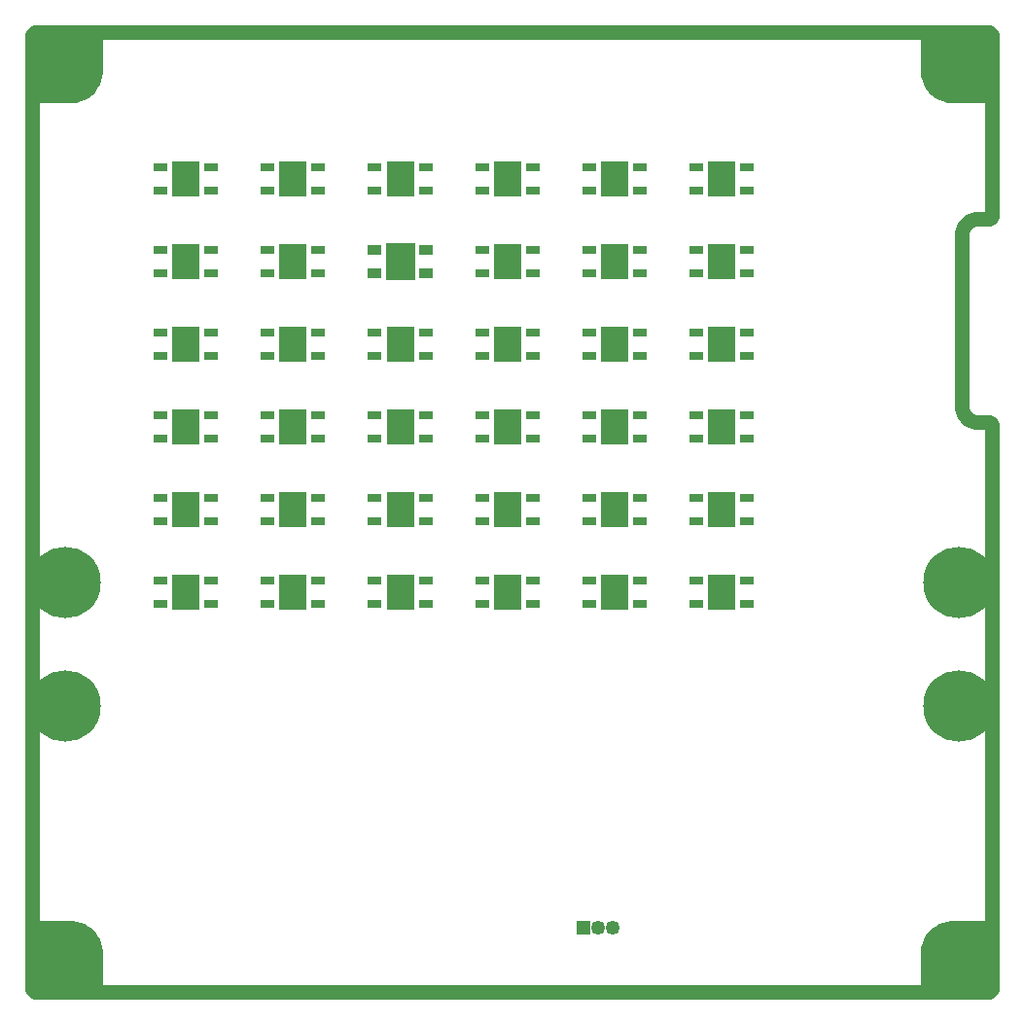
<source format=gbr>
G04*
G04 #@! TF.GenerationSoftware,Altium Limited,Altium Designer,24.1.2 (44)*
G04*
G04 Layer_Color=16711935*
%FSLAX44Y44*%
%MOMM*%
G71*
G04*
G04 #@! TF.SameCoordinates,D6F851DE-8FF1-4314-BFDA-1A364B18C842*
G04*
G04*
G04 #@! TF.FilePolarity,Negative*
G04*
G01*
G75*
%ADD42C,1.2700*%
%ADD60C,6.2032*%
%ADD61C,1.0032*%
%ADD62R,1.2532X1.2532*%
%ADD63C,1.2532*%
%ADD64C,0.6032*%
%ADD74R,1.1938X0.7620*%
%ADD75R,2.4892X3.0988*%
%ADD76R,1.2938X0.8620*%
%ADD77R,2.5892X3.1988*%
G36*
X40707Y69000D02*
X42562Y69000D01*
X46239Y68516D01*
X49821Y67556D01*
X53248Y66137D01*
X56460Y64282D01*
X59402Y62024D01*
X62024Y59402D01*
X64282Y56460D01*
X66137Y53248D01*
X67556Y49821D01*
X68516Y46239D01*
X69000Y42562D01*
X69000Y40707D01*
X69000D01*
X69000Y40707D01*
Y6474D01*
X6474D01*
Y69000D01*
X40707Y69000D01*
D02*
G37*
G36*
X69000Y809293D02*
X69000D01*
X69000Y807438D01*
X68516Y803761D01*
X67556Y800179D01*
X66137Y796752D01*
X64282Y793540D01*
X62024Y790598D01*
X59402Y787975D01*
X56460Y785718D01*
X53248Y783863D01*
X49821Y782444D01*
X46239Y781484D01*
X42562Y781000D01*
X40707Y781000D01*
X6474Y781000D01*
Y843526D01*
X69000D01*
Y809293D01*
D02*
G37*
G36*
X843526Y6474D02*
X781000D01*
Y40707D01*
X781000Y40707D01*
X781000Y40707D01*
X781000Y42562D01*
X781484Y46239D01*
X782444Y49821D01*
X783863Y53248D01*
X785718Y56460D01*
X787975Y59402D01*
X790598Y62024D01*
X793540Y64282D01*
X796752Y66137D01*
X800179Y67556D01*
X803761Y68516D01*
X807438Y69000D01*
X809293Y69000D01*
X843526Y69000D01*
Y6474D01*
D02*
G37*
G36*
X843526Y781000D02*
X809293D01*
Y781000D01*
X807438Y781000D01*
X803761Y781484D01*
X800179Y782444D01*
X796752Y783863D01*
X793540Y785718D01*
X790598Y787975D01*
X787975Y790598D01*
X785718Y793540D01*
X783863Y796752D01*
X782444Y800179D01*
X781484Y803761D01*
X781000Y807438D01*
X781000Y809293D01*
X781000Y843526D01*
X843526D01*
Y781000D01*
D02*
G37*
D42*
X6850Y12000D02*
X7540Y9425D01*
X9425Y7540D01*
X12000Y6850D01*
X843150Y838000D02*
X842460Y840575D01*
X840575Y842460D01*
X838000Y843150D01*
X12000Y843150D02*
X9425Y842460D01*
X7540Y840575D01*
X6850Y838000D01*
X840000Y679908D02*
X842227Y680830D01*
X843150Y683057D01*
X838000Y6850D02*
X840575Y7540D01*
X842460Y9425D01*
X843150Y12000D01*
X817010Y515497D02*
X817307Y512860D01*
X818184Y510356D01*
X819595Y508109D01*
X821472Y506232D01*
X823719Y504821D01*
X826223Y503944D01*
X828860Y503647D01*
X843150Y500497D02*
X842227Y502724D01*
X840000Y503647D01*
X828860Y679908D02*
X826223Y679610D01*
X823719Y678734D01*
X821472Y677322D01*
X819595Y675446D01*
X818184Y673199D01*
X817307Y670694D01*
X817010Y668057D01*
X828860Y679908D02*
X840000D01*
X12000Y843150D02*
X837941D01*
X828860Y503647D02*
X840000D01*
X12059Y6850D02*
X838000D01*
X817010Y515497D02*
Y668057D01*
X843150Y683099D02*
Y838000D01*
X843150Y12042D02*
Y500497D01*
X6850Y12000D02*
Y837941D01*
D60*
X36000Y814000D02*
D03*
Y256000D02*
D03*
Y364000D02*
D03*
X814477Y256000D02*
D03*
X814000Y364000D02*
D03*
Y36000D02*
D03*
Y814000D02*
D03*
X36000Y36000D02*
D03*
D61*
X27252Y835120D02*
D03*
X14880Y805252D02*
D03*
X44748Y792880D02*
D03*
X57120Y822748D02*
D03*
X44748Y835120D02*
D03*
X14880Y822748D02*
D03*
X27252Y792880D02*
D03*
X57120Y805252D02*
D03*
X27252Y277120D02*
D03*
X14880Y247252D02*
D03*
X44748Y234880D02*
D03*
X57120Y264748D02*
D03*
X44748Y277120D02*
D03*
X14880Y264748D02*
D03*
X27252Y234880D02*
D03*
X57120Y247252D02*
D03*
X27252Y385120D02*
D03*
X14880Y355252D02*
D03*
X44748Y342880D02*
D03*
X57120Y372748D02*
D03*
X44748Y385120D02*
D03*
X14880Y372748D02*
D03*
X27252Y342880D02*
D03*
X57120Y355252D02*
D03*
X805729Y277120D02*
D03*
X793357Y247252D02*
D03*
X823225Y234880D02*
D03*
X835597Y264748D02*
D03*
X823225Y277120D02*
D03*
X793357Y264748D02*
D03*
X805729Y234880D02*
D03*
X835597Y247252D02*
D03*
X805252Y385120D02*
D03*
X792880Y355252D02*
D03*
X822748Y342880D02*
D03*
X835120Y372748D02*
D03*
X822748Y385120D02*
D03*
X792880Y372748D02*
D03*
X805252Y342880D02*
D03*
X835120Y355252D02*
D03*
X805252Y57120D02*
D03*
X792880Y27252D02*
D03*
X822748Y14880D02*
D03*
X835120Y44748D02*
D03*
X822748Y57120D02*
D03*
X792880Y44748D02*
D03*
X805252Y14880D02*
D03*
X835120Y27252D02*
D03*
X805252Y835120D02*
D03*
X792880Y805252D02*
D03*
X822748Y792880D02*
D03*
X835120Y822748D02*
D03*
X822748Y835120D02*
D03*
X792880Y822748D02*
D03*
X805252Y792880D02*
D03*
X835120Y805252D02*
D03*
X27252Y57120D02*
D03*
X14880Y27252D02*
D03*
X44748Y14880D02*
D03*
X57120Y44748D02*
D03*
X44748Y57120D02*
D03*
X14880Y44748D02*
D03*
X27252Y14880D02*
D03*
X57120Y27252D02*
D03*
D62*
X487680Y62820D02*
D03*
D63*
X500380D02*
D03*
X513080D02*
D03*
D64*
X328018Y843526D02*
D03*
X338018D02*
D03*
X348018D02*
D03*
X358018D02*
D03*
X368018D02*
D03*
X378018D02*
D03*
X388018D02*
D03*
X398018D02*
D03*
X408018D02*
D03*
X418018D02*
D03*
X428018D02*
D03*
X438018D02*
D03*
X448018D02*
D03*
X458018D02*
D03*
X468018D02*
D03*
X478018D02*
D03*
X488018D02*
D03*
X498017D02*
D03*
X508017D02*
D03*
X518017D02*
D03*
X528017D02*
D03*
X538017D02*
D03*
X548017D02*
D03*
X558017D02*
D03*
X568017D02*
D03*
X578017D02*
D03*
X588017D02*
D03*
X598017D02*
D03*
X608017D02*
D03*
X618017D02*
D03*
X628017D02*
D03*
X638017D02*
D03*
X648017D02*
D03*
X658017D02*
D03*
X668017D02*
D03*
X678017D02*
D03*
X688017D02*
D03*
X698017D02*
D03*
X708017D02*
D03*
X718017D02*
D03*
X728017D02*
D03*
X738017D02*
D03*
X748017D02*
D03*
X758017D02*
D03*
X768017D02*
D03*
X778017D02*
D03*
X788017D02*
D03*
X798017D02*
D03*
X808017D02*
D03*
X818017D02*
D03*
X828017D02*
D03*
X838017Y843529D02*
D03*
X6474Y522094D02*
D03*
Y532094D02*
D03*
Y542094D02*
D03*
Y552094D02*
D03*
Y562094D02*
D03*
Y572094D02*
D03*
Y582094D02*
D03*
Y592094D02*
D03*
Y602094D02*
D03*
Y612094D02*
D03*
Y622094D02*
D03*
Y632094D02*
D03*
Y642093D02*
D03*
Y652093D02*
D03*
Y662093D02*
D03*
Y672093D02*
D03*
Y682093D02*
D03*
Y692093D02*
D03*
Y702093D02*
D03*
Y712093D02*
D03*
Y722093D02*
D03*
Y732093D02*
D03*
Y742093D02*
D03*
Y752093D02*
D03*
Y762093D02*
D03*
Y772093D02*
D03*
Y782093D02*
D03*
Y792093D02*
D03*
Y802093D02*
D03*
Y812093D02*
D03*
Y822093D02*
D03*
Y832093D02*
D03*
X8143Y841953D02*
D03*
X18018Y843526D02*
D03*
X28018D02*
D03*
X38018D02*
D03*
X48018D02*
D03*
X58018D02*
D03*
X68018D02*
D03*
X78018D02*
D03*
X88018D02*
D03*
X98018D02*
D03*
X108018D02*
D03*
X118018D02*
D03*
X128018D02*
D03*
X138018D02*
D03*
X148018D02*
D03*
X158018D02*
D03*
X168018D02*
D03*
X178018D02*
D03*
X188018D02*
D03*
X198018D02*
D03*
X208018D02*
D03*
X218018D02*
D03*
X228018D02*
D03*
X238018D02*
D03*
X248018D02*
D03*
X258018D02*
D03*
X268018D02*
D03*
X278018D02*
D03*
X288018D02*
D03*
X298018D02*
D03*
X308018D02*
D03*
X318018D02*
D03*
X134745Y6474D02*
D03*
X124745D02*
D03*
X114745D02*
D03*
X104745D02*
D03*
X94745D02*
D03*
X84745D02*
D03*
X74745D02*
D03*
X64745D02*
D03*
X54745D02*
D03*
X44745D02*
D03*
X34745D02*
D03*
X24745D02*
D03*
X14745D02*
D03*
X6474Y12095D02*
D03*
Y22095D02*
D03*
Y32095D02*
D03*
Y42095D02*
D03*
Y52095D02*
D03*
Y62095D02*
D03*
Y72095D02*
D03*
Y82095D02*
D03*
Y92094D02*
D03*
Y102094D02*
D03*
Y112094D02*
D03*
Y122094D02*
D03*
Y132094D02*
D03*
Y142094D02*
D03*
Y152094D02*
D03*
Y162094D02*
D03*
Y172094D02*
D03*
Y182094D02*
D03*
Y192094D02*
D03*
Y202094D02*
D03*
Y212094D02*
D03*
Y222094D02*
D03*
Y232094D02*
D03*
Y242094D02*
D03*
Y252094D02*
D03*
Y262094D02*
D03*
Y272094D02*
D03*
Y282094D02*
D03*
Y292094D02*
D03*
Y302094D02*
D03*
Y312094D02*
D03*
Y322094D02*
D03*
Y332094D02*
D03*
Y342094D02*
D03*
Y352094D02*
D03*
Y362094D02*
D03*
Y372094D02*
D03*
Y382094D02*
D03*
Y392094D02*
D03*
Y402094D02*
D03*
Y412094D02*
D03*
Y422094D02*
D03*
Y432094D02*
D03*
Y442094D02*
D03*
Y452094D02*
D03*
Y462094D02*
D03*
Y472094D02*
D03*
Y482094D02*
D03*
Y492094D02*
D03*
Y502094D02*
D03*
Y512094D02*
D03*
X774744Y6474D02*
D03*
X764744D02*
D03*
X754744D02*
D03*
X744744D02*
D03*
X734744D02*
D03*
X724744D02*
D03*
X714744D02*
D03*
X704744D02*
D03*
X694744D02*
D03*
X684744D02*
D03*
X674744D02*
D03*
X664744D02*
D03*
X654744D02*
D03*
X644744D02*
D03*
X634744D02*
D03*
X624744D02*
D03*
X614744D02*
D03*
X604744D02*
D03*
X594744D02*
D03*
X584744D02*
D03*
X574744D02*
D03*
X564744D02*
D03*
X554744D02*
D03*
X544744D02*
D03*
X534744D02*
D03*
X524744D02*
D03*
X514744D02*
D03*
X504744D02*
D03*
X494744D02*
D03*
X484744D02*
D03*
X474744D02*
D03*
X464744D02*
D03*
X454744D02*
D03*
X444744D02*
D03*
X434744D02*
D03*
X424744D02*
D03*
X414744D02*
D03*
X404745D02*
D03*
X394745D02*
D03*
X384745D02*
D03*
X374745D02*
D03*
X364745D02*
D03*
X354745D02*
D03*
X344745D02*
D03*
X334745D02*
D03*
X324745D02*
D03*
X314745D02*
D03*
X304745D02*
D03*
X294745D02*
D03*
X284745D02*
D03*
X274745D02*
D03*
X264745D02*
D03*
X254745D02*
D03*
X244745D02*
D03*
X234745D02*
D03*
X224745D02*
D03*
X214745D02*
D03*
X204745D02*
D03*
X194745D02*
D03*
X184745D02*
D03*
X174745D02*
D03*
X164745D02*
D03*
X154745D02*
D03*
X144745D02*
D03*
X817386Y583163D02*
D03*
Y573163D02*
D03*
Y563163D02*
D03*
Y553163D02*
D03*
Y543163D02*
D03*
Y533163D02*
D03*
Y523163D02*
D03*
X817680Y513168D02*
D03*
X823805Y505263D02*
D03*
X833728Y504023D02*
D03*
X843375Y501389D02*
D03*
X843526Y491390D02*
D03*
Y481390D02*
D03*
Y471390D02*
D03*
Y461390D02*
D03*
Y451390D02*
D03*
Y441390D02*
D03*
Y431390D02*
D03*
Y421390D02*
D03*
Y411390D02*
D03*
Y401390D02*
D03*
Y391390D02*
D03*
Y381390D02*
D03*
Y371390D02*
D03*
Y361390D02*
D03*
Y351390D02*
D03*
Y341390D02*
D03*
Y331390D02*
D03*
Y321390D02*
D03*
Y311391D02*
D03*
Y301391D02*
D03*
Y291391D02*
D03*
Y281391D02*
D03*
Y271391D02*
D03*
Y241391D02*
D03*
Y231391D02*
D03*
Y221391D02*
D03*
Y211391D02*
D03*
Y201391D02*
D03*
Y191391D02*
D03*
Y181391D02*
D03*
Y171391D02*
D03*
Y161391D02*
D03*
Y151391D02*
D03*
Y141391D02*
D03*
Y131391D02*
D03*
Y121391D02*
D03*
Y111391D02*
D03*
Y101391D02*
D03*
Y91391D02*
D03*
Y81391D02*
D03*
Y71391D02*
D03*
Y61391D02*
D03*
Y51391D02*
D03*
Y41391D02*
D03*
Y31391D02*
D03*
Y21391D02*
D03*
X843451Y11391D02*
D03*
X834744Y6474D02*
D03*
X824744D02*
D03*
X814744D02*
D03*
X804744D02*
D03*
X794744D02*
D03*
X784744D02*
D03*
X843526Y261391D02*
D03*
Y251391D02*
D03*
X843526Y836646D02*
D03*
Y826646D02*
D03*
Y816646D02*
D03*
Y806646D02*
D03*
Y796646D02*
D03*
Y786646D02*
D03*
Y776646D02*
D03*
Y766646D02*
D03*
Y756646D02*
D03*
Y746646D02*
D03*
Y736646D02*
D03*
Y726646D02*
D03*
Y716646D02*
D03*
Y706646D02*
D03*
Y696646D02*
D03*
Y686646D02*
D03*
X836499Y679532D02*
D03*
X826504Y679234D02*
D03*
X818616Y673087D02*
D03*
X817386Y663163D02*
D03*
Y653163D02*
D03*
Y643163D02*
D03*
Y633163D02*
D03*
Y623163D02*
D03*
Y613163D02*
D03*
Y603163D02*
D03*
Y593163D02*
D03*
D74*
X163098Y705000D02*
D03*
X118902Y725000D02*
D03*
Y705000D02*
D03*
X163098Y725000D02*
D03*
Y653000D02*
D03*
X118902Y633000D02*
D03*
Y653000D02*
D03*
X163098Y633000D02*
D03*
X256438Y653000D02*
D03*
X212242Y633000D02*
D03*
Y653000D02*
D03*
X256438Y633000D02*
D03*
Y725000D02*
D03*
X212242Y705000D02*
D03*
Y725000D02*
D03*
X256438Y705000D02*
D03*
X349778D02*
D03*
X305582Y725000D02*
D03*
Y705000D02*
D03*
X349778Y725000D02*
D03*
X536458Y653000D02*
D03*
X492262Y633000D02*
D03*
Y653000D02*
D03*
X536458Y633000D02*
D03*
X443118D02*
D03*
X398922Y653000D02*
D03*
Y633000D02*
D03*
X443118Y653000D02*
D03*
Y725000D02*
D03*
X398922Y705000D02*
D03*
Y725000D02*
D03*
X443118Y705000D02*
D03*
X536458D02*
D03*
X492262Y725000D02*
D03*
Y705000D02*
D03*
X536458Y725000D02*
D03*
X629798Y705000D02*
D03*
X585602Y725000D02*
D03*
Y705000D02*
D03*
X629798Y725000D02*
D03*
Y653000D02*
D03*
X585602Y633000D02*
D03*
Y653000D02*
D03*
X629798Y633000D02*
D03*
Y581000D02*
D03*
X585602Y561000D02*
D03*
Y581000D02*
D03*
X629798Y561000D02*
D03*
X536458D02*
D03*
X492262Y581000D02*
D03*
Y561000D02*
D03*
X536458Y581000D02*
D03*
X443118D02*
D03*
X398922Y561000D02*
D03*
Y581000D02*
D03*
X443118Y561000D02*
D03*
X349778Y581000D02*
D03*
X305582Y561000D02*
D03*
Y581000D02*
D03*
X349778Y561000D02*
D03*
X256438Y581000D02*
D03*
X212242Y561000D02*
D03*
Y581000D02*
D03*
X256438Y561000D02*
D03*
X163098D02*
D03*
X118902Y581000D02*
D03*
Y561000D02*
D03*
X163098Y581000D02*
D03*
Y345000D02*
D03*
X118902Y365000D02*
D03*
Y345000D02*
D03*
X163098Y365000D02*
D03*
Y509000D02*
D03*
X118902Y489000D02*
D03*
Y509000D02*
D03*
X163098Y489000D02*
D03*
X256438Y509000D02*
D03*
X212242Y489000D02*
D03*
Y509000D02*
D03*
X256438Y489000D02*
D03*
X349778Y509000D02*
D03*
X305582Y489000D02*
D03*
Y509000D02*
D03*
X349778Y489000D02*
D03*
X256438Y365000D02*
D03*
X212242Y345000D02*
D03*
Y365000D02*
D03*
X256438Y345000D02*
D03*
X349778D02*
D03*
X305582Y365000D02*
D03*
Y345000D02*
D03*
X349778Y365000D02*
D03*
X443118Y345000D02*
D03*
X398922Y365000D02*
D03*
Y345000D02*
D03*
X443118Y365000D02*
D03*
X536458Y345000D02*
D03*
X492262Y365000D02*
D03*
Y345000D02*
D03*
X536458Y365000D02*
D03*
X629798D02*
D03*
X585602Y345000D02*
D03*
Y365000D02*
D03*
X629798Y345000D02*
D03*
X443118Y509000D02*
D03*
X398922Y489000D02*
D03*
Y509000D02*
D03*
X443118Y489000D02*
D03*
X536458Y509000D02*
D03*
X492262Y489000D02*
D03*
Y509000D02*
D03*
X536458Y489000D02*
D03*
X629798D02*
D03*
X585602Y509000D02*
D03*
Y489000D02*
D03*
X629798Y509000D02*
D03*
X163098Y437000D02*
D03*
X118902Y417000D02*
D03*
Y437000D02*
D03*
X163098Y417000D02*
D03*
X443118Y437000D02*
D03*
X398922Y417000D02*
D03*
Y437000D02*
D03*
X443118Y417000D02*
D03*
X536458Y437000D02*
D03*
X492262Y417000D02*
D03*
Y437000D02*
D03*
X536458Y417000D02*
D03*
X256438Y437000D02*
D03*
X212242Y417000D02*
D03*
Y437000D02*
D03*
X256438Y417000D02*
D03*
X349778Y437000D02*
D03*
X305582Y417000D02*
D03*
Y437000D02*
D03*
X349778Y417000D02*
D03*
X629798Y437000D02*
D03*
X585602Y417000D02*
D03*
Y437000D02*
D03*
X629798Y417000D02*
D03*
D75*
X141000Y715000D02*
D03*
Y643000D02*
D03*
X234340D02*
D03*
Y715000D02*
D03*
X327680D02*
D03*
X514360Y643000D02*
D03*
X421020D02*
D03*
Y715000D02*
D03*
X514360D02*
D03*
X607700D02*
D03*
Y643000D02*
D03*
Y571000D02*
D03*
X514360D02*
D03*
X421020D02*
D03*
X327680D02*
D03*
X234340D02*
D03*
X141000D02*
D03*
Y355000D02*
D03*
Y499000D02*
D03*
X234340D02*
D03*
X327680D02*
D03*
X234340Y355000D02*
D03*
X327680D02*
D03*
X421020D02*
D03*
X514360D02*
D03*
X607700D02*
D03*
X421020Y499000D02*
D03*
X514360D02*
D03*
X607700D02*
D03*
X141000Y427000D02*
D03*
X421020D02*
D03*
X514360D02*
D03*
X234340D02*
D03*
X327680D02*
D03*
X607700D02*
D03*
D76*
X349778Y653000D02*
D03*
X305582Y633000D02*
D03*
Y653000D02*
D03*
X349778Y633000D02*
D03*
D77*
X327680Y643000D02*
D03*
M02*

</source>
